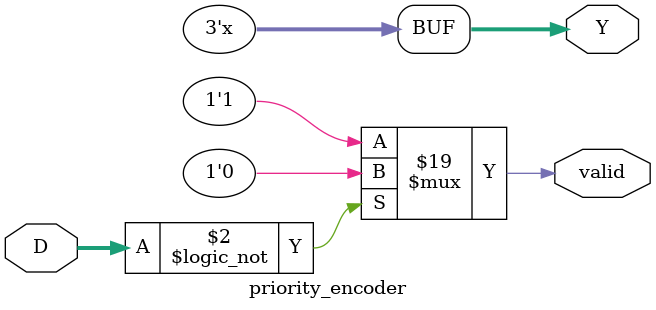
<source format=v>
module priority_encoder (
  input  wire [7:0] D,
  output reg  [2:0] Y,
    output reg  valid
);

always @(*) begin
  if (D == 8'b00000000) begin
        valid = 1'b0;
        Y = 3'bxxx;
    end
    else begin
        valid = 1'b1;
        casez (D)
            8'b1???????: out = 3'b111;
            8'b01??????: out = 3'b110;
            8'b001?????: out = 3'b101;
            8'b0001????: out = 3'b100;
            8'b00001???: out = 3'b011;
            8'b000001??: out = 3'b010;
            8'b0000001?: out = 3'b001;
            8'b00000001: out = 3'b000;
            default:     out = 3'bxxx;
        endcase
    end
end

endmodule

</source>
